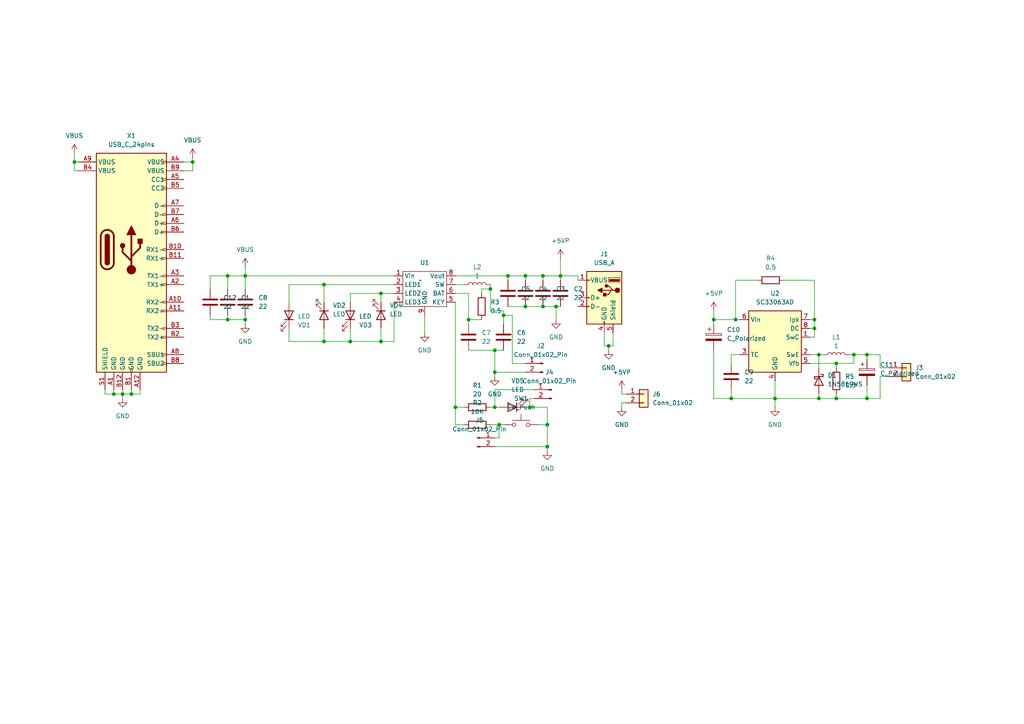
<source format=kicad_sch>
(kicad_sch (version 20230121) (generator eeschema)
  (paper "A4")
  (lib_symbols
    (symbol "Connector:Conn_01x02_Pin" (pin_names (offset 1.016) hide)
      (property "Reference" "J" (at 0 2.54 0))
      (property "Value" "Conn_01x02_Pin" (at 0 -5.08 0))
      (symbol "Conn_01x02_Pin_1_1"
        (polyline (pts (xy 1.27 -2.54) (xy 0.8636 -2.54)) (stroke (width 0.1524)))
        (polyline (pts (xy 1.27 0) (xy 0.8636 0)) (stroke (width 0.1524)))
        (rectangle (start 0.8636 -2.413) (end 0 -2.667) (stroke (width 0.1524)) (fill (type outline)))
        (rectangle (start 0.8636 0.127) (end 0 -0.127) (stroke (width 0.1524)) (fill (type outline)))
        (pin passive line (at 5.08 0 180) (length 3.81) (name "Pin_1") (number "1"))
        (pin passive line (at 5.08 -2.54 180) (length 3.81) (name "Pin_2") (number "2"))
      )
    )
    (symbol "Connector:USB_A" (pin_names (offset 1.016))
      (property "Reference" "J" (at -5.08 11.43 0))
      (property "Value" "USB_A" (at -5.08 8.89 0))
      (symbol "USB_A_0_1"
        (rectangle (start -5.08 -7.62) (end 5.08 7.62) (stroke (width 0.254)) (fill (type background)))
        (circle (center -3.81 2.159) (radius 0.635) (stroke (width 0.254)) (fill (type outline)))
        (rectangle (start -1.524 4.826) (end -4.318 5.334) (fill (type outline)))
        (rectangle (start -1.27 4.572) (end -4.572 5.842))
        (circle (center -0.635 3.429) (radius 0.381) (stroke (width 0.254)) (fill (type outline)))
        (rectangle (start -0.127 -7.62) (end 0.127 -6.858))
        (polyline (pts (xy -3.175 2.159) (xy -2.54 2.159) (xy -1.27 3.429) (xy -0.635 3.429)) (stroke (width 0.254)))
        (polyline (pts (xy -2.54 2.159) (xy -1.905 2.159) (xy -1.27 0.889) (xy 0 0.889)) (stroke (width 0.254)))
        (polyline (pts (xy 0.635 2.794) (xy 0.635 1.524) (xy 1.905 2.159) (xy 0.635 2.794)) (stroke (width 0.254)) (fill (type outline)))
        (rectangle (start 0.254 1.27) (end -0.508 0.508) (stroke (width 0.254)) (fill (type outline)))
        (rectangle (start 5.08 -2.667) (end 4.318 -2.413))
        (rectangle (start 5.08 -0.127) (end 4.318 0.127))
        (rectangle (start 5.08 4.953) (end 4.318 5.207))
      )
      (symbol "USB_A_1_1"
        (polyline (pts (xy -1.905 2.159) (xy 0.635 2.159)) (stroke (width 0.254)))
        (pin power_in line (at 7.62 5.08 180) (length 2.54) (name "VBUS") (number "1"))
        (pin bidirectional line (at 7.62 -2.54 180) (length 2.54) (name "D-") (number "2"))
        (pin bidirectional line (at 7.62 0 180) (length 2.54) (name "D+") (number "3"))
        (pin power_in line (at 0 -10.16 90) (length 2.54) (name "GND") (number "4"))
        (pin passive line (at -2.54 -10.16 90) (length 2.54) (name "Shield") (number "5"))
      )
    )
    (symbol "Connector_Generic:Conn_01x02" (pin_names (offset 1.016) hide)
      (property "Reference" "J" (at 0 2.54 0))
      (property "Value" "Conn_01x02" (at 0 -5.08 0))
      (symbol "Conn_01x02_1_1"
        (rectangle (start -1.27 -2.413) (end 0 -2.667) (stroke (width 0.1524)))
        (rectangle (start -1.27 0.127) (end 0 -0.127) (stroke (width 0.1524)))
        (rectangle (start -1.27 1.27) (end 1.27 -3.81) (stroke (width 0.254)) (fill (type background)))
        (pin passive line (at -5.08 0 0) (length 3.81) (name "Pin_1") (number "1"))
        (pin passive line (at -5.08 -2.54 0) (length 3.81) (name "Pin_2") (number "2"))
      )
    )
    (symbol "Device:C" (pin_numbers hide) (pin_names (offset 0.254))
      (property "Reference" "C" (at 0.635 2.54 0))
      (property "Value" "C" (at 0.635 -2.54 0))
      (symbol "C_0_1"
        (polyline (pts (xy -2.032 -0.762) (xy 2.032 -0.762)) (stroke (width 0.508)))
        (polyline (pts (xy -2.032 0.762) (xy 2.032 0.762)) (stroke (width 0.508)))
      )
      (symbol "C_1_1"
        (pin passive line (at 0 3.81 270) (length 2.794) (name "~") (number "1"))
        (pin passive line (at 0 -3.81 90) (length 2.794) (name "~") (number "2"))
      )
    )
    (symbol "Device:C_Polarized" (pin_numbers hide) (pin_names (offset 0.254))
      (property "Reference" "C" (at 0.635 2.54 0))
      (property "Value" "C_Polarized" (at 0.635 -2.54 0))
      (symbol "C_Polarized_0_1"
        (rectangle (start -2.286 0.508) (end 2.286 1.016))
        (polyline (pts (xy -1.778 2.286) (xy -0.762 2.286)))
        (polyline (pts (xy -1.27 2.794) (xy -1.27 1.778)))
        (rectangle (start 2.286 -0.508) (end -2.286 -1.016) (fill (type outline)))
      )
      (symbol "C_Polarized_1_1"
        (pin passive line (at 0 3.81 270) (length 2.794) (name "~") (number "1"))
        (pin passive line (at 0 -3.81 90) (length 2.794) (name "~") (number "2"))
      )
    )
    (symbol "Device:L" (pin_numbers hide) (pin_names (offset 1.016) hide)
      (property "Reference" "L" (at -1.27 0 90))
      (property "Value" "L" (at 1.905 0 90))
      (symbol "L_0_1"
        (arc (start 0 -2.54) (mid 0.6323 -1.905) (end 0 -1.27))
        (arc (start 0 -1.27) (mid 0.6323 -0.635) (end 0 0))
        (arc (start 0 0) (mid 0.6323 0.635) (end 0 1.27))
        (arc (start 0 1.27) (mid 0.6323 1.905) (end 0 2.54))
      )
      (symbol "L_1_1"
        (pin passive line (at 0 3.81 270) (length 1.27) (name "1") (number "1"))
        (pin passive line (at 0 -3.81 90) (length 1.27) (name "2") (number "2"))
      )
    )
    (symbol "Device:LED" (pin_numbers hide) (pin_names (offset 1.016) hide)
      (property "Reference" "D" (at 0 2.54 0))
      (property "Value" "LED" (at 0 -2.54 0))
      (symbol "LED_0_1"
        (polyline (pts (xy -1.27 -1.27) (xy -1.27 1.27)) (stroke (width 0.254)))
        (polyline (pts (xy -1.27 0) (xy 1.27 0)))
        (polyline (pts (xy 1.27 -1.27) (xy 1.27 1.27) (xy -1.27 0) (xy 1.27 -1.27)) (stroke (width 0.254)))
        (polyline (pts (xy -3.048 -0.762) (xy -4.572 -2.286) (xy -3.81 -2.286) (xy -4.572 -2.286) (xy -4.572 -1.524)))
        (polyline (pts (xy -1.778 -0.762) (xy -3.302 -2.286) (xy -2.54 -2.286) (xy -3.302 -2.286) (xy -3.302 -1.524)))
      )
      (symbol "LED_1_1"
        (pin passive line (at -3.81 0 0) (length 2.54) (name "K") (number "1"))
        (pin passive line (at 3.81 0 180) (length 2.54) (name "A") (number "2"))
      )
    )
    (symbol "Device:R" (pin_numbers hide) (pin_names (offset 0))
      (property "Reference" "R" (at 2.032 0 90))
      (property "Value" "R" (at 0 0 90))
      (symbol "R_0_1"
        (rectangle (start -1.016 -2.54) (end 1.016 2.54) (stroke (width 0.254)))
      )
      (symbol "R_1_1"
        (pin passive line (at 0 3.81 270) (length 1.27) (name "~") (number "1"))
        (pin passive line (at 0 -3.81 90) (length 1.27) (name "~") (number "2"))
      )
    )
    (symbol "Diode:1N5819WS" (pin_numbers hide) (pin_names (offset 1.016) hide)
      (property "Reference" "D" (at 0 2.54 0))
      (property "Value" "1N5819WS" (at 0 -2.54 0))
      (symbol "1N5819WS_0_1"
        (polyline (pts (xy 1.27 0) (xy -1.27 0)))
        (polyline (pts (xy 1.27 1.27) (xy 1.27 -1.27) (xy -1.27 0) (xy 1.27 1.27)) (stroke (width 0.254)))
        (polyline (pts (xy -1.905 0.635) (xy -1.905 1.27) (xy -1.27 1.27) (xy -1.27 -1.27) (xy -0.635 -1.27) (xy -0.635 -0.635)) (stroke (width 0.254)))
      )
      (symbol "1N5819WS_1_1"
        (pin passive line (at -3.81 0 0) (length 2.54) (name "K") (number "1"))
        (pin passive line (at 3.81 0 180) (length 2.54) (name "A") (number "2"))
      )
    )
    (symbol "Power_Bank:Ip5306"
      (property "Reference" "D" (at 0 6.35 0))
      (symbol "Ip5306_0_1"
        (rectangle (start -6.35 5.08) (end -6.35 5.08))
        (rectangle (start -6.35 5.08) (end 6.35 -5.08))
      )
      (symbol "Ip5306_1_1"
        (pin power_in line (at -8.89 3.81 0) (length 2.54) (name "Vin") (number "1"))
        (pin output line (at -8.89 1.27 0) (length 2.54) (name "LED1") (number "2"))
        (pin output line (at -8.89 -1.27 0) (length 2.54) (name "LED2") (number "3"))
        (pin output line (at -8.89 -3.81 0) (length 2.54) (name "LED3") (number "4"))
        (pin input line (at 8.89 -3.81 180) (length 2.54) (name "KEY") (number "5"))
        (pin power_out line (at 8.89 -1.27 180) (length 2.54) (name "BAT") (number "6"))
        (pin power_out line (at 8.89 1.27 180) (length 2.54) (name "SW") (number "7"))
        (pin power_out line (at 8.89 3.81 180) (length 2.54) (name "Vout") (number "8"))
        (pin power_in line (at 0 -7.62 90) (length 2.54) (name "GND") (number "9"))
      )
    )
    (symbol "Regulator_Switching:SC33063AD"
      (property "Reference" "U" (at -7.62 8.89 0))
      (property "Value" "SC33063AD" (at 0 8.89 0))
      (symbol "SC33063AD_0_1"
        (rectangle (start -7.62 7.62) (end 7.62 -10.16) (stroke (width 0.254)) (fill (type background)))
      )
      (symbol "SC33063AD_1_1"
        (pin open_collector line (at 10.16 0 180) (length 2.54) (name "SwC") (number "1"))
        (pin open_emitter line (at 10.16 -5.08 180) (length 2.54) (name "SwE") (number "2"))
        (pin passive line (at -10.16 -5.08 0) (length 2.54) (name "TC") (number "3"))
        (pin power_in line (at 0 -12.7 90) (length 2.54) (name "GND") (number "4"))
        (pin input line (at 10.16 -7.62 180) (length 2.54) (name "Vfb") (number "5"))
        (pin power_in line (at -10.16 5.08 0) (length 2.54) (name "Vin") (number "6"))
        (pin input line (at 10.16 5.08 180) (length 2.54) (name "Ipk") (number "7"))
        (pin open_collector line (at 10.16 2.54 180) (length 2.54) (name "DC") (number "8"))
      )
    )
    (symbol "Shield1:USB_C_24pins"
      (property "Reference" "X1" (at 0 38.1 0))
      (property "Value" "USB_C_24pins" (at 0 35.56 0))
      (symbol "USB_C_24pins_0_0"
        (rectangle (start -0.254 -30.48) (end 0.254 -29.464))
        (rectangle (start 10.16 -27.686) (end 9.144 -28.194))
        (rectangle (start 10.16 -25.146) (end 9.144 -25.654))
        (rectangle (start 10.16 -20.066) (end 9.144 -20.574))
        (rectangle (start 10.16 -17.526) (end 9.144 -18.034))
        (rectangle (start 10.16 -12.446) (end 9.144 -12.954))
        (rectangle (start 10.16 -9.906) (end 9.144 -10.414))
        (rectangle (start 10.16 -4.826) (end 9.144 -5.334))
        (rectangle (start 10.16 -2.286) (end 9.144 -2.794))
        (rectangle (start 10.16 2.794) (end 9.144 2.286))
        (rectangle (start 10.16 5.334) (end 9.144 4.826))
        (rectangle (start 10.16 10.414) (end 9.144 9.906))
        (rectangle (start 10.16 12.954) (end 9.144 12.446))
        (rectangle (start 10.16 15.494) (end 9.144 14.986))
        (rectangle (start 10.16 18.034) (end 9.144 17.526))
        (rectangle (start 10.16 23.114) (end 9.144 22.606))
        (rectangle (start 10.16 25.654) (end 9.144 25.146))
        (rectangle (start 10.16 30.734) (end 9.144 30.226))
      )
      (symbol "USB_C_24pins_0_1"
        (rectangle (start -10.16 33.02) (end 10.16 -30.48) (stroke (width 0.254)) (fill (type background)))
        (arc (start -8.89 1.27) (mid -6.985 -0.6267) (end -5.08 1.27) (stroke (width 0.508)))
        (arc (start -7.62 1.27) (mid -6.985 0.6377) (end -6.35 1.27) (stroke (width 0.254)))
        (arc (start -7.62 1.27) (mid -6.985 0.6377) (end -6.35 1.27) (stroke (width 0.254)) (fill (type outline)))
        (rectangle (start -7.62 1.27) (end -6.35 8.89) (stroke (width 0.254)) (fill (type outline)))
        (arc (start -6.35 8.89) (mid -6.985 9.5223) (end -7.62 8.89) (stroke (width 0.254)))
        (arc (start -6.35 8.89) (mid -6.985 9.5223) (end -7.62 8.89) (stroke (width 0.254)) (fill (type outline)))
        (arc (start -5.08 8.89) (mid -6.985 10.7867) (end -8.89 8.89) (stroke (width 0.508)))
        (polyline (pts (xy -8.89 1.27) (xy -8.89 8.89)) (stroke (width 0.508)))
        (polyline (pts (xy -5.08 8.89) (xy -5.08 1.27)) (stroke (width 0.508)))
      )
      (symbol "USB_C_24pins_1_1"
        (circle (center -2.54 6.223) (radius 0.635) (stroke (width 0.254)) (fill (type outline)))
        (circle (center 0 -0.762) (radius 1.27) (fill (type outline)))
        (polyline (pts (xy 0 -0.762) (xy 0 9.398)) (stroke (width 0.508)))
        (polyline (pts (xy 0 1.778) (xy -2.54 4.318) (xy -2.54 5.588)) (stroke (width 0.508)))
        (polyline (pts (xy 0 3.048) (xy 2.54 5.588) (xy 2.54 6.858)) (stroke (width 0.508)))
        (polyline (pts (xy -1.27 9.398) (xy 0 11.938) (xy 1.27 9.398) (xy -1.27 9.398)) (stroke (width 0.254)) (fill (type outline)))
        (rectangle (start 1.905 6.858) (end 3.175 8.128) (stroke (width 0.254)) (fill (type outline)))
        (pin passive line (at -5.08 -35.56 90) (length 5.08) (name "GND") (number "A1"))
        (pin bidirectional line (at 15.24 -10.16 180) (length 5.08) (name "RX2-") (number "A10"))
        (pin bidirectional line (at 15.24 -12.7 180) (length 5.08) (name "RX2+") (number "A11"))
        (pin passive line (at 2.54 -35.56 90) (length 5.08) (name "GND") (number "A12"))
        (pin bidirectional line (at 15.24 -5.08 180) (length 5.08) (name "TX1+") (number "A2"))
        (pin bidirectional line (at 15.24 -2.54 180) (length 5.08) (name "TX1-") (number "A3"))
        (pin passive line (at 15.24 30.48 180) (length 5.08) (name "VBUS") (number "A4"))
        (pin bidirectional line (at 15.24 25.4 180) (length 5.08) (name "CC1") (number "A5"))
        (pin bidirectional line (at 15.24 12.7 180) (length 5.08) (name "D+") (number "A6"))
        (pin bidirectional line (at 15.24 17.78 180) (length 5.08) (name "D-") (number "A7"))
        (pin bidirectional line (at 15.24 -25.4 180) (length 5.08) (name "SBU1") (number "A8"))
        (pin passive line (at -15.24 30.48 0) (length 5.08) (name "VBUS") (number "A9"))
        (pin passive line (at 0 -35.56 90) (length 5.08) (name "GND") (number "B1"))
        (pin bidirectional line (at 15.24 5.08 180) (length 5.08) (name "RX1-") (number "B10"))
        (pin bidirectional line (at 15.24 2.54 180) (length 5.08) (name "RX1+") (number "B11"))
        (pin passive line (at -2.54 -35.56 90) (length 5.08) (name "GND") (number "B12"))
        (pin bidirectional line (at 15.24 -20.32 180) (length 5.08) (name "TX2+") (number "B2"))
        (pin bidirectional line (at 15.24 -17.78 180) (length 5.08) (name "TX2-") (number "B3"))
        (pin passive line (at -15.24 27.94 0) (length 5.08) (name "VBUS") (number "B4"))
        (pin bidirectional line (at 15.24 22.86 180) (length 5.08) (name "CC2") (number "B5"))
        (pin bidirectional line (at 15.24 10.16 180) (length 5.08) (name "D+") (number "B6"))
        (pin bidirectional line (at 15.24 15.24 180) (length 5.08) (name "D-") (number "B7"))
        (pin bidirectional line (at 15.24 -27.94 180) (length 5.08) (name "SBU2") (number "B8"))
        (pin passive line (at 15.24 27.94 180) (length 5.08) (name "VBUS") (number "B9"))
        (pin passive line (at -7.62 -35.56 90) (length 5.08) (name "SHIELD") (number "S1"))
        (pin passive line (at -7.62 -35.56 90) (length 5.08) hide (name "SHIELD") (number "S2"))
        (pin passive line (at -7.62 -35.56 90) (length 5.08) hide (name "SHIELD") (number "S3"))
        (pin passive line (at -7.62 -35.56 90) (length 5.08) hide (name "SHIELD") (number "S4"))
      )
    )
    (symbol "Switch:SW_Push" (pin_numbers hide) (pin_names (offset 1.016) hide)
      (property "Reference" "SW" (at 1.27 2.54 0))
      (property "Value" "SW_Push" (at 0 -1.524 0))
      (symbol "SW_Push_0_1"
        (circle (center -2.032 0) (radius 0.508))
        (polyline (pts (xy 0 1.27) (xy 0 3.048)))
        (polyline (pts (xy 2.54 1.27) (xy -2.54 1.27)))
        (circle (center 2.032 0) (radius 0.508))
        (pin passive line (at -5.08 0 0) (length 2.54) (name "1") (number "1"))
        (pin passive line (at 5.08 0 180) (length 2.54) (name "2") (number "2"))
      )
    )
    (symbol "power:+5VP" (power) (pin_names (offset 0))
      (property "Value" "+5VP" (at 0 3.556 0))
      (symbol "+5VP_0_1"
        (polyline (pts (xy -0.762 1.27) (xy 0 2.54)))
        (polyline (pts (xy 0 0) (xy 0 2.54)))
        (polyline (pts (xy 0 2.54) (xy 0.762 1.27)))
      )
      (symbol "+5VP_1_1"
        (pin power_in line (at 0 0 90) (length 0) hide (name "+5VP") (number "1"))
      )
    )
    (symbol "power:GND" (power) (pin_names (offset 0))
      (property "Value" "GND" (at 0 -3.81 0))
      (symbol "GND_0_1"
        (polyline (pts (xy 0 0) (xy 0 -1.27) (xy 1.27 -1.27) (xy 0 -2.54) (xy -1.27 -1.27) (xy 0 -1.27)))
      )
      (symbol "GND_1_1"
        (pin power_in line (at 0 0 270) (length 0) hide (name "GND") (number "1"))
      )
    )
    (symbol "power:VBUS" (power) (pin_names (offset 0))
      (property "Value" "VBUS" (at 0 3.81 0))
      (symbol "VBUS_0_1"
        (polyline (pts (xy -0.762 1.27) (xy 0 2.54)))
        (polyline (pts (xy 0 0) (xy 0 2.54)))
        (polyline (pts (xy 0 2.54) (xy 0.762 1.27)))
      )
      (symbol "VBUS_1_1"
        (pin power_in line (at 0 0 90) (length 0) hide (name "VBUS") (number "1"))
      )
    )
  )
  (junction (at 176.53 100.33))
  (junction (at 251.46 102.87))
  (junction (at 144.78 123.19))
  (junction (at 71.12 92.71))
  (junction (at 158.75 129.54))
  (junction (at 135.89 92.71))
  (junction (at 143.51 107.95))
  (junction (at 33.02 114.3))
  (junction (at 242.57 115.57))
  (junction (at 35.56 114.3))
  (junction (at 147.32 80.01))
  (junction (at 66.04 92.71))
  (junction (at 55.88 46.99))
  (junction (at 157.48 88.9))
  (junction (at 152.4 88.9))
  (junction (at 93.98 82.55))
  (junction (at 157.48 80.01))
  (junction (at 71.12 80.01))
  (junction (at 143.51 118.11))
  (junction (at 158.75 123.19))
  (junction (at 146.05 91.44))
  (junction (at 237.49 115.57))
  (junction (at 247.65 102.87))
  (junction (at 132.08 118.11))
  (junction (at 212.09 115.57))
  (junction (at 161.29 88.9))
  (junction (at 93.98 99.06))
  (junction (at 236.22 92.71))
  (junction (at 38.1 114.3))
  (junction (at 152.4 80.01))
  (junction (at 237.49 102.87))
  (junction (at 153.67 118.11))
  (junction (at 236.22 95.25))
  (junction (at 224.79 115.57))
  (junction (at 21.59 46.99))
  (junction (at 110.49 99.06))
  (junction (at 162.56 80.01))
  (junction (at 101.6 99.06))
  (junction (at 242.57 105.41))
  (junction (at 213.36 92.71))
  (junction (at 110.49 85.09))
  (junction (at 143.51 101.6))
  (junction (at 142.24 83.82))
  (junction (at 251.46 115.57))
  (junction (at 66.04 80.01))
  (junction (at 207.01 92.71))
  (wire (pts (xy 234.95 102.87) (xy 237.49 102.87)))
  (wire (pts (xy 152.4 81.28) (xy 152.4 80.01)))
  (wire (pts (xy 147.32 80.01) (xy 152.4 80.01)))
  (wire (pts (xy 144.78 123.19) (xy 142.24 123.19)))
  (wire (pts (xy 237.49 114.3) (xy 237.49 115.57)))
  (wire (pts (xy 152.4 105.41) (xy 148.59 105.41)))
  (wire (pts (xy 60.96 91.44) (xy 60.96 92.71)))
  (wire (pts (xy 142.24 90.17) (xy 142.24 83.82)))
  (wire (pts (xy 224.79 115.57) (xy 224.79 118.11)))
  (wire (pts (xy 236.22 81.28) (xy 236.22 92.71)))
  (wire (pts (xy 139.7 83.82) (xy 142.24 83.82)))
  (wire (pts (xy 38.1 114.3) (xy 35.56 114.3)))
  (wire (pts (xy 175.26 96.52) (xy 175.26 100.33)))
  (wire (pts (xy 55.88 45.72) (xy 55.88 46.99)))
  (wire (pts (xy 114.3 87.63) (xy 114.3 99.06)))
  (wire (pts (xy 207.01 101.6) (xy 207.01 115.57)))
  (wire (pts (xy 152.4 118.11) (xy 153.67 118.11)))
  (wire (pts (xy 143.51 129.54) (xy 158.75 129.54)))
  (wire (pts (xy 176.53 101.6) (xy 176.53 100.33)))
  (wire (pts (xy 53.34 49.53) (xy 55.88 49.53)))
  (wire (pts (xy 33.02 114.3) (xy 33.02 113.03)))
  (wire (pts (xy 132.08 123.19) (xy 134.62 123.19)))
  (wire (pts (xy 71.12 92.71) (xy 71.12 91.44)))
  (wire (pts (xy 142.24 118.11) (xy 143.51 118.11)))
  (wire (pts (xy 55.88 46.99) (xy 53.34 46.99)))
  (wire (pts (xy 156.21 123.19) (xy 158.75 123.19)))
  (wire (pts (xy 139.7 83.82) (xy 139.7 85.09)))
  (wire (pts (xy 40.64 113.03) (xy 40.64 114.3)))
  (wire (pts (xy 242.57 105.41) (xy 247.65 105.41)))
  (wire (pts (xy 247.65 102.87) (xy 247.65 105.41)))
  (wire (pts (xy 161.29 92.71) (xy 161.29 88.9)))
  (wire (pts (xy 227.33 81.28) (xy 236.22 81.28)))
  (wire (pts (xy 114.3 85.09) (xy 110.49 85.09)))
  (wire (pts (xy 148.59 105.41) (xy 148.59 91.44)))
  (wire (pts (xy 132.08 118.11) (xy 132.08 123.19)))
  (wire (pts (xy 110.49 85.09) (xy 101.6 85.09)))
  (wire (pts (xy 66.04 92.71) (xy 71.12 92.71)))
  (wire (pts (xy 30.48 114.3) (xy 33.02 114.3)))
  (wire (pts (xy 242.57 106.68) (xy 242.57 105.41)))
  (wire (pts (xy 35.56 113.03) (xy 35.56 114.3)))
  (wire (pts (xy 93.98 82.55) (xy 93.98 87.63)))
  (wire (pts (xy 83.82 82.55) (xy 83.82 87.63)))
  (wire (pts (xy 147.32 81.28) (xy 147.32 80.01)))
  (wire (pts (xy 158.75 129.54) (xy 158.75 130.81)))
  (wire (pts (xy 251.46 115.57) (xy 242.57 115.57)))
  (wire (pts (xy 177.8 100.33) (xy 176.53 100.33)))
  (wire (pts (xy 162.56 74.93) (xy 162.56 80.01)))
  (wire (pts (xy 22.86 49.53) (xy 21.59 49.53)))
  (wire (pts (xy 207.01 92.71) (xy 213.36 92.71)))
  (wire (pts (xy 257.81 106.68) (xy 255.27 106.68)))
  (wire (pts (xy 110.49 95.25) (xy 110.49 99.06)))
  (wire (pts (xy 158.75 123.19) (xy 158.75 129.54)))
  (wire (pts (xy 21.59 46.99) (xy 22.86 46.99)))
  (wire (pts (xy 242.57 115.57) (xy 237.49 115.57)))
  (wire (pts (xy 132.08 80.01) (xy 147.32 80.01)))
  (wire (pts (xy 237.49 115.57) (xy 224.79 115.57)))
  (wire (pts (xy 158.75 118.11) (xy 158.75 123.19)))
  (wire (pts (xy 30.48 113.03) (xy 30.48 114.3)))
  (wire (pts (xy 157.48 81.28) (xy 157.48 80.01)))
  (wire (pts (xy 132.08 87.63) (xy 132.08 118.11)))
  (wire (pts (xy 153.67 118.11) (xy 158.75 118.11)))
  (wire (pts (xy 180.34 118.11) (xy 180.34 116.84)))
  (wire (pts (xy 213.36 81.28) (xy 213.36 92.71)))
  (wire (pts (xy 143.51 127) (xy 144.78 127)))
  (wire (pts (xy 234.95 92.71) (xy 236.22 92.71)))
  (wire (pts (xy 176.53 100.33) (xy 175.26 100.33)))
  (wire (pts (xy 148.59 91.44) (xy 146.05 91.44)))
  (wire (pts (xy 93.98 82.55) (xy 83.82 82.55)))
  (wire (pts (xy 135.89 92.71) (xy 135.89 85.09)))
  (wire (pts (xy 134.62 118.11) (xy 132.08 118.11)))
  (wire (pts (xy 143.51 101.6) (xy 146.05 101.6)))
  (wire (pts (xy 207.01 90.17) (xy 207.01 92.71)))
  (wire (pts (xy 147.32 88.9) (xy 152.4 88.9)))
  (wire (pts (xy 242.57 114.3) (xy 242.57 115.57)))
  (wire (pts (xy 83.82 95.25) (xy 83.82 99.06)))
  (wire (pts (xy 66.04 83.82) (xy 66.04 80.01)))
  (wire (pts (xy 251.46 102.87) (xy 251.46 104.14)))
  (wire (pts (xy 154.94 113.03) (xy 143.51 113.03)))
  (wire (pts (xy 114.3 80.01) (xy 71.12 80.01)))
  (wire (pts (xy 93.98 99.06) (xy 101.6 99.06)))
  (wire (pts (xy 142.24 83.82) (xy 142.24 82.55)))
  (wire (pts (xy 213.36 92.71) (xy 214.63 92.71)))
  (wire (pts (xy 101.6 99.06) (xy 110.49 99.06)))
  (wire (pts (xy 251.46 111.76) (xy 251.46 115.57)))
  (wire (pts (xy 101.6 95.25) (xy 101.6 99.06)))
  (wire (pts (xy 157.48 80.01) (xy 162.56 80.01)))
  (wire (pts (xy 143.51 113.03) (xy 143.51 118.11)))
  (wire (pts (xy 152.4 80.01) (xy 157.48 80.01)))
  (wire (pts (xy 162.56 80.01) (xy 167.64 80.01)))
  (wire (pts (xy 146.05 93.98) (xy 146.05 91.44)))
  (wire (pts (xy 21.59 46.99) (xy 21.59 49.53)))
  (wire (pts (xy 114.3 82.55) (xy 93.98 82.55)))
  (wire (pts (xy 219.71 81.28) (xy 213.36 81.28)))
  (wire (pts (xy 71.12 80.01) (xy 71.12 83.82)))
  (wire (pts (xy 60.96 80.01) (xy 66.04 80.01)))
  (wire (pts (xy 93.98 95.25) (xy 93.98 99.06)))
  (wire (pts (xy 21.59 44.45) (xy 21.59 46.99)))
  (wire (pts (xy 139.7 92.71) (xy 135.89 92.71)))
  (wire (pts (xy 38.1 113.03) (xy 38.1 114.3)))
  (wire (pts (xy 212.09 102.87) (xy 214.63 102.87)))
  (wire (pts (xy 180.34 114.3) (xy 181.61 114.3)))
  (wire (pts (xy 135.89 101.6) (xy 143.51 101.6)))
  (wire (pts (xy 234.95 97.79) (xy 236.22 97.79)))
  (wire (pts (xy 236.22 95.25) (xy 234.95 95.25)))
  (wire (pts (xy 143.51 107.95) (xy 152.4 107.95)))
  (wire (pts (xy 212.09 105.41) (xy 212.09 102.87)))
  (wire (pts (xy 123.19 91.44) (xy 123.19 96.52)))
  (wire (pts (xy 110.49 99.06) (xy 114.3 99.06)))
  (wire (pts (xy 161.29 88.9) (xy 162.56 88.9)))
  (wire (pts (xy 180.34 116.84) (xy 181.61 116.84)))
  (wire (pts (xy 83.82 99.06) (xy 93.98 99.06)))
  (wire (pts (xy 180.34 113.03) (xy 180.34 114.3)))
  (wire (pts (xy 255.27 109.22) (xy 255.27 115.57)))
  (wire (pts (xy 101.6 85.09) (xy 101.6 87.63)))
  (wire (pts (xy 207.01 92.71) (xy 207.01 93.98)))
  (wire (pts (xy 144.78 118.11) (xy 143.51 118.11)))
  (wire (pts (xy 71.12 77.47) (xy 71.12 80.01)))
  (wire (pts (xy 71.12 93.98) (xy 71.12 92.71)))
  (wire (pts (xy 110.49 85.09) (xy 110.49 87.63)))
  (wire (pts (xy 237.49 102.87) (xy 238.76 102.87)))
  (wire (pts (xy 153.67 115.57) (xy 153.67 118.11)))
  (wire (pts (xy 255.27 106.68) (xy 255.27 102.87)))
  (wire (pts (xy 152.4 88.9) (xy 157.48 88.9)))
  (wire (pts (xy 143.51 101.6) (xy 143.51 107.95)))
  (wire (pts (xy 146.05 90.17) (xy 142.24 90.17)))
  (wire (pts (xy 257.81 109.22) (xy 255.27 109.22)))
  (wire (pts (xy 237.49 102.87) (xy 237.49 106.68)))
  (wire (pts (xy 35.56 114.3) (xy 35.56 115.57)))
  (wire (pts (xy 247.65 102.87) (xy 251.46 102.87)))
  (wire (pts (xy 55.88 49.53) (xy 55.88 46.99)))
  (wire (pts (xy 224.79 110.49) (xy 224.79 115.57)))
  (wire (pts (xy 146.05 91.44) (xy 146.05 90.17)))
  (wire (pts (xy 66.04 91.44) (xy 66.04 92.71)))
  (wire (pts (xy 60.96 83.82) (xy 60.96 80.01)))
  (wire (pts (xy 234.95 105.41) (xy 242.57 105.41)))
  (wire (pts (xy 143.51 107.95) (xy 143.51 109.22)))
  (wire (pts (xy 255.27 102.87) (xy 251.46 102.87)))
  (wire (pts (xy 246.38 102.87) (xy 247.65 102.87)))
  (wire (pts (xy 236.22 92.71) (xy 236.22 95.25)))
  (wire (pts (xy 157.48 88.9) (xy 161.29 88.9)))
  (wire (pts (xy 66.04 80.01) (xy 71.12 80.01)))
  (wire (pts (xy 236.22 97.79) (xy 236.22 95.25)))
  (wire (pts (xy 135.89 92.71) (xy 135.89 93.98)))
  (wire (pts (xy 207.01 115.57) (xy 212.09 115.57)))
  (wire (pts (xy 40.64 114.3) (xy 38.1 114.3)))
  (wire (pts (xy 132.08 82.55) (xy 134.62 82.55)))
  (wire (pts (xy 212.09 115.57) (xy 224.79 115.57)))
  (wire (pts (xy 146.05 123.19) (xy 144.78 123.19)))
  (wire (pts (xy 60.96 92.71) (xy 66.04 92.71)))
  (wire (pts (xy 154.94 115.57) (xy 153.67 115.57)))
  (wire (pts (xy 162.56 81.28) (xy 162.56 80.01)))
  (wire (pts (xy 144.78 127) (xy 144.78 123.19)))
  (wire (pts (xy 212.09 113.03) (xy 212.09 115.57)))
  (wire (pts (xy 177.8 96.52) (xy 177.8 100.33)))
  (wire (pts (xy 167.64 80.01) (xy 167.64 81.28)))
  (wire (pts (xy 132.08 85.09) (xy 135.89 85.09)))
  (wire (pts (xy 33.02 114.3) (xy 35.56 114.3)))
  (wire (pts (xy 255.27 115.57) (xy 251.46 115.57)))
  (symbol (lib_id "power:+5VP") (at 162.56 74.93 0) (unit 1)
    (property "Reference" "#PWR03" (effects hide))
    (property "Value" "+5VP" (at 162.56 69.85 0))
  )
  (symbol (lib_id "Device:C") (at 146.05 97.79 0) (unit 1)
    (property "Reference" "C6" (at 149.86 96.52 0) (effects (justify left)))
    (property "Value" "22" (at 149.86 99.06 0) (effects (justify left)))
    (property "Footprint" "Capacitor_SMD:C_1206_3216Metric_Pad1.33x1.80mm_HandSolder" (effects hide))
  )
  (symbol (lib_id "power:GND") (at 35.56 115.57 0) (unit 1)
    (property "Reference" "#PWR013" (effects hide))
    (property "Value" "GND" (at 35.56 120.65 0))
  )
  (symbol (lib_id "Connector_Generic:Conn_01x02") (at 186.69 114.3 0) (unit 1)
    (property "Reference" "J6" (at 189.23 114.3 0) (effects (justify left)))
    (property "Value" "Conn_01x02" (at 189.23 116.84 0) (effects (justify left)))
    (property "Footprint" "Connector_PinHeader_2.54mm:PinHeader_1x02_P2.54mm_Vertical" (effects hide))
  )
  (symbol (lib_id "Device:C") (at 157.48 85.09 0) (unit 1)
    (property "Reference" "C3" (at 161.29 83.82 0) (effects (justify left)))
    (property "Value" "22" (at 161.29 86.36 0) (effects (justify left)))
    (property "Footprint" "Capacitor_SMD:C_1206_3216Metric_Pad1.33x1.80mm_HandSolder" (effects hide))
  )
  (symbol (lib_id "power:GND") (at 143.51 109.22 0) (unit 1)
    (property "Reference" "#PWR02" (effects hide))
    (property "Value" "GND" (at 143.51 114.3 0))
  )
  (symbol (lib_id "Device:C") (at 66.04 87.63 0) (unit 1)
    (property "Reference" "C1" (at 69.85 86.36 0) (effects (justify left)))
    (property "Value" "22" (at 69.85 88.9 0) (effects (justify left)))
    (property "Footprint" "Capacitor_SMD:C_1206_3216Metric_Pad1.33x1.80mm_HandSolder" (effects hide))
  )
  (symbol (lib_id "Device:C") (at 147.32 85.09 0) (unit 1)
    (property "Reference" "C5" (at 151.13 83.82 0) (effects (justify left)))
    (property "Value" "22" (at 151.13 86.36 0) (effects (justify left)))
    (property "Footprint" "Capacitor_SMD:C_1206_3216Metric_Pad1.33x1.80mm_HandSolder" (effects hide))
  )
  (symbol (lib_id "Device:C") (at 152.4 85.09 0) (unit 1)
    (property "Reference" "C4" (at 156.21 83.82 0) (effects (justify left)))
    (property "Value" "22" (at 156.21 86.36 0) (effects (justify left)))
    (property "Footprint" "Capacitor_SMD:C_1206_3216Metric_Pad1.33x1.80mm_HandSolder" (effects hide))
  )
  (symbol (lib_id "power:+5VP") (at 180.34 113.03 0) (unit 1)
    (property "Reference" "#PWR014" (effects hide))
    (property "Value" "+5VP" (at 180.34 107.95 0))
  )
  (symbol (lib_id "Device:C") (at 162.56 85.09 0) (unit 1)
    (property "Reference" "C2" (at 166.37 83.82 0) (effects (justify left)))
    (property "Value" "22" (at 166.37 86.36 0) (effects (justify left)))
    (property "Footprint" "Capacitor_SMD:C_1206_3216Metric_Pad1.33x1.80mm_HandSolder" (effects hide))
  )
  (symbol (lib_id "Device:C_Polarized") (at 207.01 97.79 0) (unit 1)
    (property "Reference" "C10" (at 210.82 95.631 0) (effects (justify left)))
    (property "Value" "C_Polarized" (at 210.82 98.171 0) (effects (justify left)))
    (property "Footprint" "Capacitor_SMD:CP_Elec_6.3x3" (effects hide))
  )
  (symbol (lib_id "Regulator_Switching:SC33063AD") (at 224.79 97.79 0) (unit 1)
    (property "Reference" "U2" (at 224.79 85.09 0))
    (property "Value" "SC33063AD" (at 224.79 87.63 0))
    (property "Footprint" "Package_SO:SOIC-8_3.9x4.9mm_P1.27mm" (effects hide))
    (property "Datasheet" "http://www.onsemi.com/pub_link/Collateral/MC34063A-D.PDF" (effects hide))
  )
  (symbol (lib_id "Device:LED") (at 110.49 91.44 270) (unit 1)
    (property "Reference" "VD4" (at 113.03 88.5825 90) (effects (justify left)))
    (property "Value" "LED" (at 113.03 91.1225 90) (effects (justify left)))
    (property "Footprint" "LED_SMD:LED_0805_2012Metric_Pad1.15x1.40mm_HandSolder" (effects hide))
  )
  (symbol (lib_id "power:GND") (at 180.34 118.11 0) (unit 1)
    (property "Reference" "#PWR015" (effects hide))
    (property "Value" "GND" (at 180.34 123.19 0))
  )
  (symbol (lib_id "Switch:SW_Push") (at 151.13 123.19 0) (unit 1) (on_board no)
    (property "Reference" "SW1" (at 151.13 115.57 0))
    (property "Value" "SW_Push" (at 151.13 118.11 0))
    (property "Footprint" "Connector_PinHeader_2.54mm:PinHeader_1x02_P2.54mm_Vertical" (effects hide))
  )
  (symbol (lib_id "power:GND") (at 123.19 96.52 0) (unit 1)
    (property "Reference" "#PWR01" (effects hide))
    (property "Value" "GND" (at 123.19 101.6 0))
  )
  (symbol (lib_id "Device:LED") (at 148.59 118.11 180) (unit 1) (on_board no)
    (property "Reference" "VD5" (at 150.1775 110.49 0))
    (property "Value" "LED" (at 150.1775 113.03 0))
    (property "Footprint" "LED_SMD:LED_0603_1608Metric_Pad1.05x0.95mm_HandSolder" (effects hide))
  )
  (symbol (lib_id "Power_Bank:Ip5306") (at 123.19 83.82 0) (unit 1)
    (property "Reference" "U1" (at 123.19 76.2 0))
    (property "Value" "~" (at 121.92 81.28 0))
    (property "Footprint" "Package_SO:HSOP-8-1EP_3.9x4.9mm_P1.27mm_EP2.41x3.1mm_ThermalVias" (effects hide))
  )
  (symbol (lib_id "power:GND") (at 224.79 118.11 0) (unit 1)
    (property "Reference" "#PWR09" (effects hide))
    (property "Value" "GND" (at 224.79 123.19 0))
  )
  (symbol (lib_id "Shield1:USB_C_24pins") (at 38.1 77.47 0) (unit 1)
    (property "Reference" "X1" (at 38.1 39.37 0))
    (property "Value" "USB_C_24pins" (at 38.1 41.91 0))
    (property "Footprint" "Smartphone_Fluovisor:FPC_12" (effects hide))
  )
  (symbol (lib_id "power:GND") (at 158.75 130.81 0) (unit 1)
    (property "Reference" "#PWR05" (effects hide))
    (property "Value" "GND" (at 158.75 135.89 0))
  )
  (symbol (lib_id "Device:R") (at 223.52 81.28 270) (unit 1)
    (property "Reference" "R4" (at 223.52 74.93 90))
    (property "Value" "0.5" (at 223.52 77.47 90))
    (property "Footprint" "Resistor_SMD:R_0603_1608Metric_Pad0.98x0.95mm_HandSolder" (effects hide))
  )
  (symbol (lib_id "power:+5VP") (at 207.01 90.17 0) (unit 1)
    (property "Reference" "#PWR08" (effects hide))
    (property "Value" "+5VP" (at 207.01 85.09 0))
  )
  (symbol (lib_id "Device:LED") (at 93.98 91.44 270) (unit 1)
    (property "Reference" "VD2" (at 96.52 88.5825 90) (effects (justify left)))
    (property "Value" "LED" (at 96.52 91.1225 90) (effects (justify left)))
    (property "Footprint" "LED_SMD:LED_0805_2012Metric_Pad1.15x1.40mm_HandSolder" (effects hide))
  )
  (symbol (lib_id "power:VBUS") (at 21.59 44.45 0) (unit 1)
    (property "Reference" "#PWR012" (effects hide))
    (property "Value" "VBUS" (at 21.59 39.37 0))
  )
  (symbol (lib_id "Connector_Generic:Conn_01x02") (at 262.89 106.68 0) (unit 1)
    (property "Reference" "J3" (at 265.43 106.68 0) (effects (justify left)))
    (property "Value" "Conn_01x02" (at 265.43 109.22 0) (effects (justify left)))
    (property "Footprint" "Connector_PinHeader_2.54mm:PinHeader_1x02_P2.54mm_Vertical" (effects hide))
  )
  (symbol (lib_id "power:GND") (at 176.53 101.6 0) (unit 1)
    (property "Reference" "#PWR04" (effects hide))
    (property "Value" "GND" (at 176.53 106.68 0))
  )
  (symbol (lib_id "Connector:Conn_01x02_Pin") (at 138.43 127 0) (unit 1)
    (property "Reference" "J5" (at 139.065 121.92 0))
    (property "Value" "Conn_01x02_Pin" (at 139.065 124.46 0))
    (property "Footprint" "Connector_PinHeader_2.54mm:PinHeader_1x02_P2.54mm_Vertical" (effects hide))
  )
  (symbol (lib_id "Connector:USB_A") (at 175.26 86.36 0) (mirror y) (unit 1)
    (property "Reference" "J1" (at 175.26 73.66 0))
    (property "Value" "USB_A" (at 175.26 76.2 0))
    (property "Footprint" "Connector_USB:USB_A_Molex_67643_Horizontal" (effects hide))
    (property "Datasheet" " ~" (effects hide))
  )
  (symbol (lib_id "Device:R") (at 139.7 88.9 180) (unit 1)
    (property "Reference" "R3" (at 142.24 87.63 0) (effects (justify right)))
    (property "Value" "0.5" (at 142.24 90.17 0) (effects (justify right)))
    (property "Footprint" "Resistor_SMD:R_0603_1608Metric_Pad0.98x0.95mm_HandSolder" (effects hide))
  )
  (symbol (lib_id "power:GND") (at 161.29 92.71 0) (unit 1)
    (property "Reference" "#PWR07" (effects hide))
    (property "Value" "GND" (at 161.29 97.79 0))
  )
  (symbol (lib_id "Device:R") (at 242.57 110.49 0) (unit 1)
    (property "Reference" "R5" (at 245.11 109.22 0) (effects (justify left)))
    (property "Value" "0.5" (at 245.11 111.76 0) (effects (justify left)))
    (property "Footprint" "Resistor_SMD:R_0603_1608Metric_Pad0.98x0.95mm_HandSolder" (effects hide))
  )
  (symbol (lib_id "Device:L") (at 242.57 102.87 90) (unit 1)
    (property "Reference" "L1" (at 242.57 97.79 90))
    (property "Value" "1" (at 242.57 100.33 90))
    (property "Footprint" "Inductor_SMD:L_Vishay_IHLP-2525" (effects hide))
  )
  (symbol (lib_id "Device:C_Polarized") (at 251.46 107.95 0) (unit 1)
    (property "Reference" "C11" (at 255.27 105.791 0) (effects (justify left)))
    (property "Value" "C_Polarized" (at 255.27 108.331 0) (effects (justify left)))
    (property "Footprint" "Capacitor_SMD:CP_Elec_6.3x3" (effects hide))
  )
  (symbol (lib_id "Device:L") (at 138.43 82.55 90) (unit 1)
    (property "Reference" "L2" (at 138.43 77.47 90))
    (property "Value" "1" (at 138.43 80.01 90))
    (property "Footprint" "Inductor_SMD:L_Vishay_IHLP-2525" (effects hide))
  )
  (symbol (lib_id "power:VBUS") (at 55.88 45.72 0) (unit 1)
    (property "Reference" "#PWR010" (effects hide))
    (property "Value" "VBUS" (at 55.88 40.64 0))
  )
  (symbol (lib_id "Device:R") (at 138.43 123.19 90) (unit 1)
    (property "Reference" "R2" (at 138.43 116.84 90))
    (property "Value" "10K" (at 138.43 119.38 90))
    (property "Footprint" "Resistor_SMD:R_0603_1608Metric_Pad0.98x0.95mm_HandSolder" (effects hide))
  )
  (symbol (lib_id "Device:C") (at 212.09 109.22 0) (unit 1)
    (property "Reference" "C9" (at 215.9 107.95 0) (effects (justify left)))
    (property "Value" "22" (at 215.9 110.49 0) (effects (justify left)))
    (property "Footprint" "Capacitor_SMD:C_0603_1608Metric_Pad1.08x0.95mm_HandSolder" (effects hide))
  )
  (symbol (lib_id "power:GND") (at 71.12 93.98 0) (unit 1)
    (property "Reference" "#PWR06" (effects hide))
    (property "Value" "GND" (at 71.12 99.06 0))
  )
  (symbol (lib_id "Device:C") (at 135.89 97.79 0) (unit 1)
    (property "Reference" "C7" (at 139.7 96.52 0) (effects (justify left)))
    (property "Value" "22" (at 139.7 99.06 0) (effects (justify left)))
    (property "Footprint" "Capacitor_SMD:C_1206_3216Metric_Pad1.33x1.80mm_HandSolder" (effects hide))
  )
  (symbol (lib_id "Device:LED") (at 83.82 91.44 270) (mirror x) (unit 1)
    (property "Reference" "VD1" (at 86.36 94.2975 90) (effects (justify left)))
    (property "Value" "LED" (at 86.36 91.7575 90) (effects (justify left)))
    (property "Footprint" "LED_SMD:LED_0805_2012Metric_Pad1.15x1.40mm_HandSolder" (effects hide))
  )
  (symbol (lib_id "Connector:Conn_01x02_Pin") (at 160.02 113.03 0) (mirror y) (unit 1)
    (property "Reference" "J4" (at 159.385 107.95 0))
    (property "Value" "Conn_01x02_Pin" (at 159.385 110.49 0))
    (property "Footprint" "Connector_PinHeader_2.54mm:PinHeader_1x02_P2.54mm_Vertical" (effects hide))
  )
  (symbol (lib_id "Connector:Conn_01x02_Pin") (at 157.48 105.41 0) (mirror y) (unit 1)
    (property "Reference" "J2" (at 156.845 100.33 0))
    (property "Value" "Conn_01x02_Pin" (at 156.845 102.87 0))
    (property "Footprint" "Connector_PinHeader_2.54mm:PinHeader_1x02_P2.54mm_Vertical" (effects hide))
  )
  (symbol (lib_id "Device:C") (at 60.96 87.63 0) (unit 1)
    (property "Reference" "C12" (at 64.77 86.36 0) (effects (justify left)))
    (property "Value" "22" (at 64.77 88.9 0) (effects (justify left)))
    (property "Footprint" "Capacitor_SMD:C_1206_3216Metric_Pad1.33x1.80mm_HandSolder" (effects hide))
  )
  (symbol (lib_id "power:VBUS") (at 71.12 77.47 0) (unit 1)
    (property "Reference" "#PWR011" (effects hide))
    (property "Value" "VBUS" (at 71.12 72.39 0))
  )
  (symbol (lib_id "Device:LED") (at 101.6 91.44 270) (mirror x) (unit 1)
    (property "Reference" "VD3" (at 104.14 94.2975 90) (effects (justify left)))
    (property "Value" "LED" (at 104.14 91.7575 90) (effects (justify left)))
    (property "Footprint" "LED_SMD:LED_0805_2012Metric_Pad1.15x1.40mm_HandSolder" (effects hide))
  )
  (symbol (lib_id "Device:C") (at 71.12 87.63 0) (unit 1)
    (property "Reference" "C8" (at 74.93 86.36 0) (effects (justify left)))
    (property "Value" "22" (at 74.93 88.9 0) (effects (justify left)))
    (property "Footprint" "Capacitor_SMD:C_1206_3216Metric_Pad1.33x1.80mm_HandSolder" (effects hide))
  )
  (symbol (lib_id "Device:R") (at 138.43 118.11 90) (unit 1)
    (property "Reference" "R1" (at 138.43 111.76 90))
    (property "Value" "20" (at 138.43 114.3 90))
    (property "Footprint" "Resistor_SMD:R_0603_1608Metric_Pad0.98x0.95mm_HandSolder" (effects hide))
  )
  (symbol (lib_id "Diode:1N5819WS") (at 237.49 110.49 270) (unit 1)
    (property "Reference" "D1" (at 240.03 108.9025 90) (effects (justify left)))
    (property "Value" "1N5819WS" (at 240.03 111.4425 90) (effects (justify left)))
    (property "Footprint" "Diode_SMD:D_SOD-323_HandSoldering" (effects hide))
    (property "Datasheet" "https://datasheet.lcsc.com/lcsc/2204281430_Guangdong-Hottech-1N5819WS_C191023.pdf" (effects hide))
  )
)
</source>
